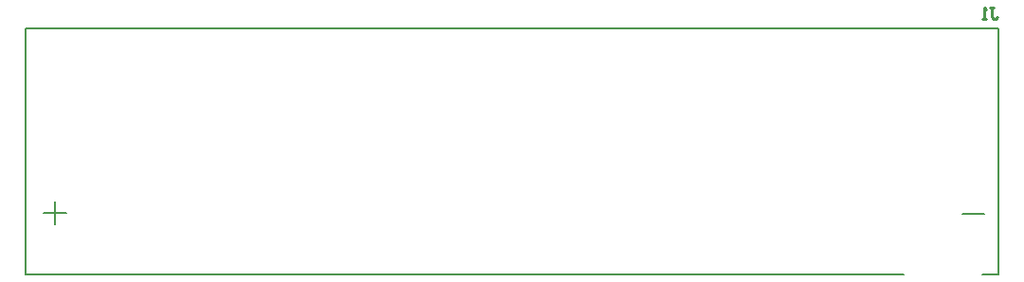
<source format=gbo>
G04*
G04 #@! TF.GenerationSoftware,Altium Limited,Altium Designer,18.1.9 (240)*
G04*
G04 Layer_Color=32896*
%FSLAX25Y25*%
%MOIN*%
G70*
G01*
G75*
%ADD11C,0.00787*%
%ADD15C,0.01000*%
D11*
X98130Y-41339D02*
X440650D01*
X98130Y-127953D02*
Y-41339D01*
X440650Y-127953D02*
Y-41339D01*
X434744Y-127953D02*
X440650D01*
X98130D02*
X407185D01*
X112343Y-106419D02*
X104471D01*
X108407Y-102483D02*
Y-110355D01*
X435650Y-106774D02*
X427778D01*
D15*
X437465Y-34030D02*
X438777D01*
X438121D01*
Y-37309D01*
X438777Y-37965D01*
X439433D01*
X440089Y-37309D01*
X436153Y-37965D02*
X434841D01*
X435497D01*
Y-34030D01*
X436153Y-34686D01*
M02*

</source>
